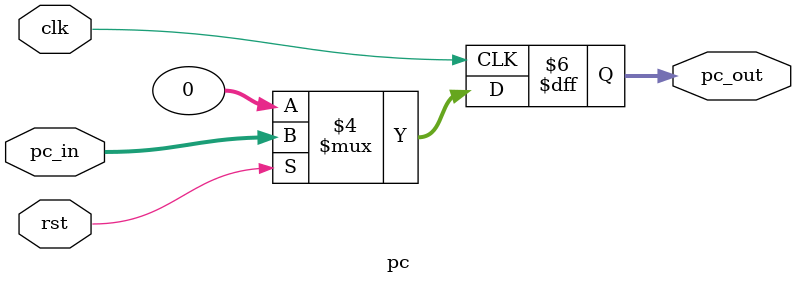
<source format=v>
module pc(
    input clk, rst,
    output reg [31:0] pc_out,
    input [31:0] pc_in
);

always @(negedge clk) begin
    if (rst==1) pc_out=pc_in;
    else pc_out=32'h00000000;
end

endmodule
</source>
